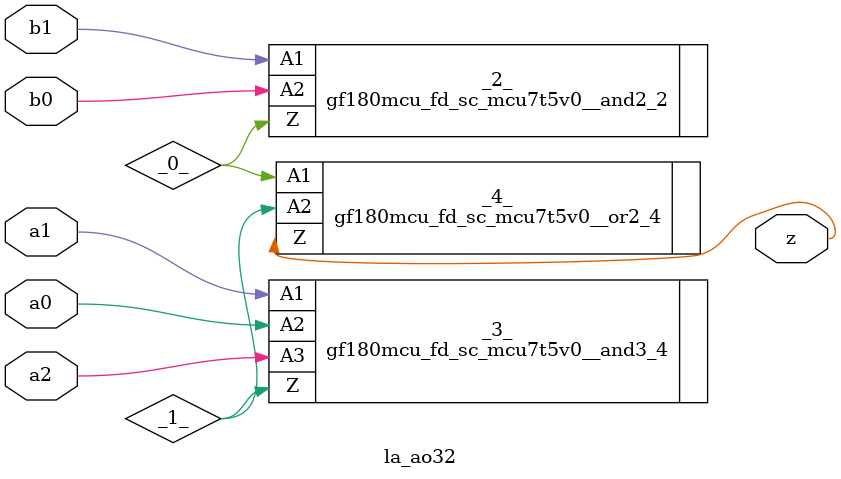
<source format=v>

/* Generated by Yosys 0.44 (git sha1 80ba43d26, g++ 11.4.0-1ubuntu1~22.04 -fPIC -O3) */

(* top =  1  *)
(* src = "generated" *)
module la_ao32 (
    a0,
    a1,
    a2,
    b0,
    b1,
    z
);
  wire _0_;
  wire _1_;
  (* src = "generated" *)
  input a0;
  wire a0;
  (* src = "generated" *)
  input a1;
  wire a1;
  (* src = "generated" *)
  input a2;
  wire a2;
  (* src = "generated" *)
  input b0;
  wire b0;
  (* src = "generated" *)
  input b1;
  wire b1;
  (* src = "generated" *)
  output z;
  wire z;
  gf180mcu_fd_sc_mcu7t5v0__and2_2 _2_ (
      .A1(b1),
      .A2(b0),
      .Z (_0_)
  );
  gf180mcu_fd_sc_mcu7t5v0__and3_4 _3_ (
      .A1(a1),
      .A2(a0),
      .A3(a2),
      .Z (_1_)
  );
  gf180mcu_fd_sc_mcu7t5v0__or2_4 _4_ (
      .A1(_0_),
      .A2(_1_),
      .Z (z)
  );
endmodule

</source>
